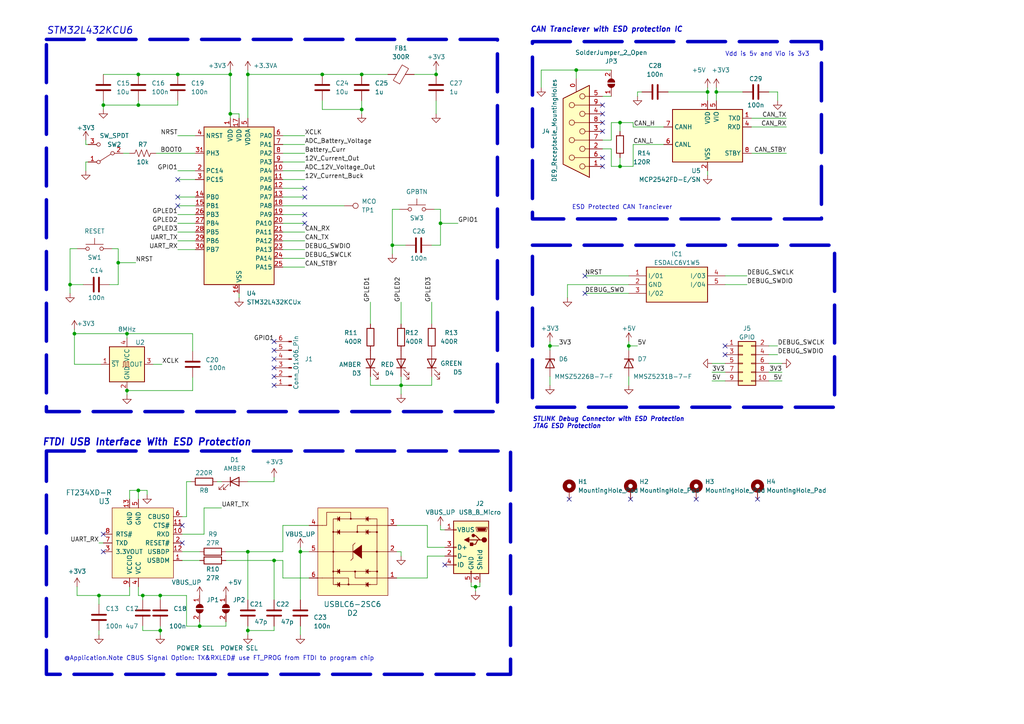
<source format=kicad_sch>
(kicad_sch (version 20231120) (generator "eeschema") (generator_version "8.0")
  (paper "A4")
  (title_block (title "Microcontroller") (rev "V1") (company "EcoCar") (comment 1 "Designed by: Nicholas semmens"))
  (junction (at 126.492 21.59))
  (junction (at 66.802 33.02))
  (junction (at 40.132 30.48))
  (junction (at 28.702 172.72))
  (junction (at 207.772 26.67))
  (junction (at 66.802 21.59))
  (junction (at 167.132 20.32))
  (junction (at 182.372 100.33))
  (junction (at 116.332 111.76))
  (junction (at 93.472 21.59))
  (junction (at 71.882 160.02))
  (junction (at 87.122 160.02))
  (junction (at 113.792 71.12))
  (junction (at 34.29 76.2))
  (junction (at 40.132 21.59))
  (junction (at 40.132 142.24))
  (junction (at 36.83 113.284))
  (junction (at 41.402 172.72))
  (junction (at 104.902 31.75))
  (junction (at 51.562 21.59))
  (junction (at 20.32 82.55))
  (junction (at 127.762 64.77))
  (junction (at 179.832 35.56))
  (junction (at 71.882 182.88))
  (junction (at 79.502 162.56))
  (junction (at 159.512 100.33))
  (junction (at 71.882 21.59))
  (junction (at 179.832 48.26))
  (junction (at 46.482 172.72))
  (junction (at 21.59 96.774))
  (junction (at 46.482 182.88))
  (junction (at 205.232 26.67))
  (junction (at 57.912 181.61))
  (junction (at 137.922 170.18))
  (junction (at 36.83 96.774))
  (junction (at 104.902 21.59))
  (junction (at 29.972 30.48))
  (no_connect (at 88.392 62.23))
  (no_connect (at 52.832 152.4))
  (no_connect (at 88.392 57.15))
  (no_connect (at 174.752 48.26))
  (no_connect (at 169.672 85.09))
  (no_connect (at 88.392 54.61))
  (no_connect (at 174.752 30.48))
  (no_connect (at 52.832 157.48))
  (no_connect (at 79.502 109.22))
  (no_connect (at 79.502 106.68))
  (no_connect (at 79.502 111.76))
  (no_connect (at 29.972 154.94))
  (no_connect (at 165.1 144.78))
  (no_connect (at 79.502 101.6))
  (no_connect (at 182.88 144.78))
  (no_connect (at 174.752 33.02))
  (no_connect (at 129.032 163.83))
  (no_connect (at 174.752 38.1))
  (no_connect (at 51.562 59.69))
  (no_connect (at 29.972 160.02))
  (no_connect (at 210.312 100.33))
  (no_connect (at 219.71 144.78))
  (no_connect (at 51.562 52.07))
  (no_connect (at 79.502 104.14))
  (no_connect (at 174.752 45.72))
  (no_connect (at 174.752 35.56))
  (no_connect (at 201.93 144.78))
  (no_connect (at 169.672 80.01))
  (no_connect (at 79.502 99.06))
  (no_connect (at 210.312 102.87))
  (no_connect (at 51.562 57.15))
  (no_connect (at 88.392 64.77))
  (wire (pts (xy 36.83 113.284) (xy 55.88 113.284)))
  (wire (pts (xy 34.29 76.2) (xy 34.29 82.55)))
  (wire (pts (xy 71.882 20.32) (xy 71.882 21.59)))
  (wire (pts (xy 65.532 181.61) (xy 65.532 180.34)))
  (wire (pts (xy 177.292 35.56) (xy 177.292 40.64)))
  (wire (pts (xy 46.482 182.88) (xy 46.482 184.15)))
  (wire (pts (xy 46.482 172.72) (xy 54.102 172.72)))
  (wire (pts (xy 51.562 30.48) (xy 51.562 29.21)))
  (wire (pts (xy 40.132 30.48) (xy 51.562 30.48)))
  (wire (pts (xy 206.502 107.95) (xy 210.312 107.95)))
  (wire (pts (xy 52.832 160.02) (xy 57.912 160.02)))
  (wire (pts (xy 139.192 170.18) (xy 137.922 170.18)))
  (wire (pts (xy 82.042 167.64) (xy 89.662 167.64)))
  (wire (pts (xy 182.372 100.33) (xy 182.372 101.6)))
  (wire (pts (xy 42.672 142.24) (xy 42.672 143.51)))
  (wire (pts (xy 54.102 139.7) (xy 54.102 149.86)))
  (wire (pts (xy 51.562 52.07) (xy 56.642 52.07)))
  (wire (pts (xy 71.882 21.59) (xy 71.882 34.29)))
  (wire (pts (xy 71.882 21.59) (xy 93.472 21.59)))
  (wire (pts (xy 22.352 72.136) (xy 20.32 72.136)))
  (wire (pts (xy 183.642 36.83) (xy 192.532 36.83)))
  (wire (pts (xy 159.512 109.22) (xy 159.512 111.76)))
  (wire (pts (xy 64.262 139.7) (xy 62.992 139.7)))
  (wire (pts (xy 223.012 107.95) (xy 226.822 107.95)))
  (wire (pts (xy 116.332 160.02) (xy 116.332 161.29)))
  (wire (pts (xy 93.472 29.21) (xy 93.472 31.75)))
  (wire (pts (xy 24.892 46.99) (xy 25.527 46.99)))
  (wire (pts (xy 116.332 93.98) (xy 116.332 87.63)))
  (wire (pts (xy 24.892 46.99) (xy 24.892 49.53)))
  (wire (pts (xy 210.312 80.01) (xy 216.662 80.01)))
  (wire (pts (xy 28.702 172.72) (xy 22.352 172.72)))
  (wire (pts (xy 51.562 39.37) (xy 56.642 39.37)))
  (wire (pts (xy 116.332 111.76) (xy 125.222 111.76)))
  (wire (pts (xy 65.532 162.56) (xy 79.502 162.56)))
  (wire (pts (xy 82.042 69.85) (xy 88.392 69.85)))
  (wire (pts (xy 29.972 30.48) (xy 40.132 30.48)))
  (wire (pts (xy 120.142 21.59) (xy 126.492 21.59)))
  (wire (pts (xy 82.042 72.39) (xy 88.392 72.39)))
  (wire (pts (xy 21.59 96.774) (xy 21.59 105.664)))
  (wire (pts (xy 87.122 181.61) (xy 87.122 184.15)))
  (wire (pts (xy 66.802 20.32) (xy 66.802 21.59)))
  (wire (pts (xy 126.492 29.21) (xy 126.492 33.02)))
  (wire (pts (xy 52.832 162.56) (xy 57.912 162.56)))
  (wire (pts (xy 42.672 142.24) (xy 40.132 142.24)))
  (wire (pts (xy 79.502 162.56) (xy 79.502 173.99)))
  (wire (pts (xy 123.952 161.29) (xy 129.032 161.29)))
  (wire (pts (xy 217.932 36.83) (xy 228.092 36.83)))
  (wire (pts (xy 93.472 31.75) (xy 104.902 31.75)))
  (wire (pts (xy 117.602 71.12) (xy 113.792 71.12)))
  (wire (pts (xy 183.642 48.26) (xy 179.832 48.26)))
  (wire (pts (xy 88.392 44.45) (xy 82.042 44.45)))
  (wire (pts (xy 82.042 74.93) (xy 88.392 74.93)))
  (wire (pts (xy 87.122 160.02) (xy 89.662 160.02)))
  (wire (pts (xy 21.59 95.504) (xy 21.59 96.774)))
  (wire (pts (xy 186.182 26.67) (xy 184.912 26.67)))
  (wire (pts (xy 177.292 43.18) (xy 174.752 43.18)))
  (wire (pts (xy 179.832 48.26) (xy 177.292 48.26)))
  (wire (pts (xy 41.402 172.72) (xy 40.132 172.72)))
  (wire (pts (xy 123.952 167.64) (xy 123.952 161.29)))
  (wire (pts (xy 20.32 72.136) (xy 20.32 82.55)))
  (wire (pts (xy 107.442 93.98) (xy 107.442 87.63)))
  (wire (pts (xy 36.83 96.774) (xy 55.88 96.774)))
  (wire (pts (xy 82.042 152.4) (xy 89.662 152.4)))
  (wire (pts (xy 46.482 172.72) (xy 46.482 173.99)))
  (wire (pts (xy 169.672 80.01) (xy 182.372 80.01)))
  (wire (pts (xy 28.702 182.88) (xy 28.702 184.15)))
  (wire (pts (xy 82.042 160.02) (xy 71.882 160.02)))
  (wire (pts (xy 223.012 100.33) (xy 225.552 100.33)))
  (wire (pts (xy 82.042 152.4) (xy 82.042 160.02)))
  (wire (pts (xy 113.792 60.706) (xy 113.792 71.12)))
  (wire (pts (xy 41.402 182.88) (xy 46.482 182.88)))
  (wire (pts (xy 35.687 44.45) (xy 37.592 44.45)))
  (wire (pts (xy 82.042 39.37) (xy 88.392 39.37)))
  (wire (pts (xy 183.642 41.91) (xy 183.642 48.26)))
  (wire (pts (xy 115.824 60.706) (xy 113.792 60.706)))
  (wire (pts (xy 207.772 25.4) (xy 207.772 26.67)))
  (wire (pts (xy 56.642 64.77) (xy 51.562 64.77)))
  (wire (pts (xy 225.552 26.67) (xy 223.012 26.67)))
  (wire (pts (xy 55.88 109.474) (xy 55.88 113.284)))
  (wire (pts (xy 104.902 31.75) (xy 104.902 33.02)))
  (wire (pts (xy 125.222 93.98) (xy 125.222 87.63)))
  (wire (pts (xy 71.882 160.02) (xy 71.882 173.99)))
  (wire (pts (xy 37.592 142.24) (xy 40.132 142.24)))
  (wire (pts (xy 79.502 162.56) (xy 82.042 162.56)))
  (wire (pts (xy 193.802 26.67) (xy 205.232 26.67)))
  (wire (pts (xy 125.984 60.706) (xy 127.762 60.706)))
  (wire (pts (xy 51.562 57.15) (xy 56.642 57.15)))
  (wire (pts (xy 179.832 45.72) (xy 179.832 48.26)))
  (wire (pts (xy 137.922 170.18) (xy 136.652 170.18)))
  (wire (pts (xy 51.562 59.69) (xy 56.642 59.69)))
  (wire (pts (xy 169.672 85.09) (xy 182.372 85.09)))
  (wire (pts (xy 206.502 110.49) (xy 210.312 110.49)))
  (wire (pts (xy 51.562 72.39) (xy 56.642 72.39)))
  (wire (pts (xy 36.83 113.284) (xy 36.83 114.554)))
  (wire (pts (xy 127.762 71.12) (xy 125.222 71.12)))
  (wire (pts (xy 37.592 170.18) (xy 37.592 172.72)))
  (wire (pts (xy 167.132 20.32) (xy 167.132 22.86)))
  (wire (pts (xy 159.512 99.06) (xy 159.512 100.33)))
  (wire (pts (xy 29.972 30.48) (xy 29.972 31.75)))
  (wire (pts (xy 51.562 21.59) (xy 66.802 21.59)))
  (wire (pts (xy 205.232 26.67) (xy 205.232 29.21)))
  (wire (pts (xy 54.102 181.61) (xy 54.102 172.72)))
  (wire (pts (xy 41.402 181.61) (xy 41.402 182.88)))
  (wire (pts (xy 71.882 181.61) (xy 71.882 182.88)))
  (wire (pts (xy 34.29 72.136) (xy 34.29 76.2)))
  (wire (pts (xy 179.832 35.56) (xy 183.642 35.56)))
  (wire (pts (xy 87.122 158.75) (xy 87.122 160.02)))
  (wire (pts (xy 156.972 20.32) (xy 167.132 20.32)))
  (wire (pts (xy 226.822 110.49) (xy 223.012 110.49)))
  (wire (pts (xy 24.892 41.91) (xy 25.527 41.91)))
  (wire (pts (xy 69.342 33.02) (xy 69.342 34.29)))
  (wire (pts (xy 51.562 49.53) (xy 56.642 49.53)))
  (wire (pts (xy 82.042 59.69) (xy 99.822 59.69)))
  (wire (pts (xy 32.512 72.136) (xy 34.29 72.136)))
  (wire (pts (xy 206.502 105.41) (xy 210.312 105.41)))
  (wire (pts (xy 184.912 26.67) (xy 184.912 27.94)))
  (wire (pts (xy 88.392 77.47) (xy 82.042 77.47)))
  (wire (pts (xy 182.372 99.06) (xy 182.372 100.33)))
  (wire (pts (xy 34.29 82.55) (xy 31.75 82.55)))
  (wire (pts (xy 41.402 172.72) (xy 46.482 172.72)))
  (wire (pts (xy 59.182 147.32) (xy 59.182 154.94)))
  (wire (pts (xy 24.892 40.64) (xy 24.892 41.91)))
  (wire (pts (xy 51.562 69.85) (xy 56.642 69.85)))
  (wire (pts (xy 54.102 149.86) (xy 52.832 149.86)))
  (wire (pts (xy 182.372 109.22) (xy 182.372 111.76)))
  (wire (pts (xy 79.502 182.88) (xy 71.882 182.88)))
  (wire (pts (xy 127.762 152.4) (xy 127.762 153.67)))
  (wire (pts (xy 126.492 20.32) (xy 126.492 21.59)))
  (wire (pts (xy 28.702 172.72) (xy 37.592 172.72)))
  (wire (pts (xy 57.912 181.61) (xy 57.912 180.34)))
  (wire (pts (xy 40.132 170.18) (xy 40.132 172.72)))
  (wire (pts (xy 82.042 52.07) (xy 88.392 52.07)))
  (wire (pts (xy 29.972 21.59) (xy 40.132 21.59)))
  (wire (pts (xy 223.012 102.87) (xy 225.552 102.87)))
  (wire (pts (xy 79.502 181.61) (xy 79.502 182.88)))
  (wire (pts (xy 37.592 144.78) (xy 37.592 142.24)))
  (wire (pts (xy 55.88 101.854) (xy 55.88 96.774)))
  (wire (pts (xy 69.342 86.36) (xy 69.342 85.09)))
  (wire (pts (xy 82.042 64.77) (xy 88.392 64.77)))
  (wire (pts (xy 127.762 64.77) (xy 132.842 64.77)))
  (wire (pts (xy 174.752 27.94) (xy 177.292 27.94)))
  (wire (pts (xy 40.132 142.24) (xy 40.132 144.78)))
  (wire (pts (xy 179.832 35.56) (xy 177.292 35.56)))
  (wire (pts (xy 107.442 111.76) (xy 116.332 111.76)))
  (wire (pts (xy 46.482 181.61) (xy 46.482 182.88)))
  (wire (pts (xy 82.042 57.15) (xy 88.392 57.15)))
  (wire (pts (xy 40.132 29.21) (xy 40.132 30.48)))
  (wire (pts (xy 66.802 33.02) (xy 66.802 34.29)))
  (wire (pts (xy 104.902 29.21) (xy 104.902 31.75)))
  (wire (pts (xy 36.83 98.044) (xy 36.83 96.774)))
  (wire (pts (xy 137.922 171.45) (xy 137.922 170.18)))
  (wire (pts (xy 177.292 40.64) (xy 174.752 40.64)))
  (wire (pts (xy 159.512 100.33) (xy 159.512 101.6)))
  (wire (pts (xy 125.222 111.76) (xy 125.222 109.22)))
  (wire (pts (xy 182.372 100.33) (xy 184.912 100.33)))
  (wire (pts (xy 87.122 160.02) (xy 87.122 173.99)))
  (wire (pts (xy 179.832 35.56) (xy 179.832 38.1)))
  (wire (pts (xy 205.232 49.53) (xy 205.232 50.8)))
  (wire (pts (xy 207.772 26.67) (xy 207.772 29.21)))
  (wire (pts (xy 183.642 35.56) (xy 183.642 36.83)))
  (wire (pts (xy 127.762 64.77) (xy 127.762 71.12)))
  (wire (pts (xy 183.642 41.91) (xy 192.532 41.91)))
  (wire (pts (xy 82.042 49.53) (xy 88.392 49.53)))
  (wire (pts (xy 225.552 29.21) (xy 225.552 26.67)))
  (wire (pts (xy 59.182 147.32) (xy 64.262 147.32)))
  (wire (pts (xy 104.902 21.59) (xy 112.522 21.59)))
  (wire (pts (xy 107.442 111.76) (xy 107.442 109.22)))
  (wire (pts (xy 36.83 96.774) (xy 21.59 96.774)))
  (wire (pts (xy 93.472 21.59) (xy 104.902 21.59)))
  (wire (pts (xy 156.972 20.32) (xy 156.972 25.4)))
  (wire (pts (xy 71.882 160.02) (xy 65.532 160.02)))
  (wire (pts (xy 57.912 181.61) (xy 54.102 181.61)))
  (wire (pts (xy 46.99 105.664) (xy 44.45 105.664)))
  (wire (pts (xy 82.042 162.56) (xy 82.042 167.64)))
  (wire (pts (xy 127.762 60.706) (xy 127.762 64.77)))
  (wire (pts (xy 22.352 172.72) (xy 22.352 170.18)))
  (wire (pts (xy 116.332 111.76) (xy 116.332 114.3)))
  (wire (pts (xy 20.32 82.55) (xy 20.32 85.09)))
  (wire (pts (xy 51.562 62.23) (xy 56.642 62.23)))
  (wire (pts (xy 167.132 20.32) (xy 177.292 20.32)))
  (wire (pts (xy 127.762 153.67) (xy 129.032 153.67)))
  (wire (pts (xy 113.792 71.12) (xy 113.792 73.66)))
  (wire (pts (xy 34.29 76.2) (xy 39.37 76.2)))
  (wire (pts (xy 66.802 33.02) (xy 69.342 33.02)))
  (wire (pts (xy 115.062 152.4) (xy 123.952 152.4)))
  (wire (pts (xy 51.562 67.31) (xy 56.642 67.31)))
  (wire (pts (xy 79.502 139.7) (xy 71.882 139.7)))
  (wire (pts (xy 123.952 158.75) (xy 129.032 158.75)))
  (wire (pts (xy 207.772 26.67) (xy 215.392 26.67)))
  (wire (pts (xy 28.702 172.72) (xy 28.702 175.26)))
  (wire (pts (xy 116.332 111.76) (xy 116.332 109.22)))
  (wire (pts (xy 41.402 172.72) (xy 41.402 173.99)))
  (wire (pts (xy 159.512 100.33) (xy 162.052 100.33)))
  (wire (pts (xy 177.292 48.26) (xy 177.292 43.18)))
  (wire (pts (xy 205.232 25.4) (xy 205.232 26.67)))
  (wire (pts (xy 88.392 41.91) (xy 82.042 41.91)))
  (wire (pts (xy 82.042 46.99) (xy 88.392 46.99)))
  (wire (pts (xy 66.802 21.59) (xy 66.802 33.02)))
  (wire (pts (xy 82.042 67.31) (xy 88.392 67.31)))
  (wire (pts (xy 136.652 168.91) (xy 136.652 170.18)))
  (wire (pts (xy 82.042 54.61) (xy 88.392 54.61)))
  (wire (pts (xy 24.13 82.55) (xy 20.32 82.55)))
  (wire (pts (xy 55.372 139.7) (xy 54.102 139.7)))
  (wire (pts (xy 57.912 181.61) (xy 65.532 181.61)))
  (wire (pts (xy 217.932 44.45) (xy 228.092 44.45)))
  (wire (pts (xy 139.192 168.91) (xy 139.192 170.18)))
  (wire (pts (xy 164.592 82.55) (xy 164.592 86.36)))
  (wire (pts (xy 21.59 105.664) (xy 29.21 105.664)))
  (wire (pts (xy 115.062 160.02) (xy 116.332 160.02)))
  (wire (pts (xy 29.972 157.48) (xy 28.702 157.48)))
  (wire (pts (xy 40.132 21.59) (xy 51.562 21.59)))
  (wire (pts (xy 217.932 34.29) (xy 228.092 34.29)))
  (wire (pts (xy 182.372 82.55) (xy 164.592 82.55)))
  (wire (pts (xy 79.502 138.43) (xy 79.502 139.7)))
  (wire (pts (xy 29.972 29.21) (xy 29.972 30.48)))
  (wire (pts (xy 223.012 105.41) (xy 226.822 105.41)))
  (wire (pts (xy 115.062 167.64) (xy 123.952 167.64)))
  (wire (pts (xy 123.952 152.4) (xy 123.952 158.75)))
  (wire (pts (xy 82.042 62.23) (xy 88.392 62.23)))
  (wire (pts (xy 59.182 154.94) (xy 52.832 154.94)))
  (wire (pts (xy 71.882 182.88) (xy 71.882 184.15)))
  (wire (pts (xy 45.212 44.45) (xy 56.642 44.45)))
  (wire (pts (xy 210.312 82.55) (xy 216.662 82.55)))
  (rectangle (start 154.432 71.12) (end 242.062 118.11) (stroke (width 1) (type dash)))
  (rectangle (start 13.462 130.81) (end 148.082 195.58) (stroke (width 1) (type dash)))
  (rectangle (start 13.462 11.43) (end 144.272 119.38) (stroke (width 1) (type dash)))
  (rectangle (start 154.432 12.065) (end 238.252 63.5) (stroke (width 1) (type dash)))
  (text "@Application.Note CBUS Signal Option: TX&RXLED# use FT_PROG from FTDI to program chip\n" (at 18.542 191.77 0) (effects (font (size 1.27 1.27)) (justify left bottom)))
  (text "ESD Protected CAN Tranciever\n" (at 165.862 60.96 0) (effects (font (size 1.27 1.27)) (justify left bottom)))
  (text "Vdd is 5v and Vio is 3v3\n" (at 210.312 16.51 0) (effects (font (size 1.27 1.27)) (justify left bottom)))
  (text "STM32L432KCU6" (at 13.462 10.16 0) (effects (font (size 2 2) (thickness 0.254) (bold yes) (italic yes)) (justify left bottom)))
  (text "CAN Tranciever with ESD protection IC" (at 153.797 9.525 0) (effects (font (size 1.5 1.5) (thickness 0.3) (bold yes) (italic yes)) (justify left bottom)))
  (text "FTDI USB Interface With ESD Protection\n" (at 12.192 129.54 0) (effects (font (size 2 2) (thickness 0.4) (bold yes) (italic yes)) (justify left bottom)))
  (text "STLINK Debug Connector with ESD Protection\nJTAG ESD Protection" (at 154.432 124.46 0) (effects (font (size 1.27 1.27) (thickness 0.254) (bold yes) (italic yes)) (justify left bottom)))
  (label "NRST" (at 51.562 39.37 180))
  (label "CAN_RX" (at 228.092 36.83 180))
  (label "DEBUG_SWCLK" (at 216.662 80.01 0))
  (label "DEBUG_SWDIO" (at 88.392 72.39 0))
  (label "BOOT0" (at 52.832 44.45 180))
  (label "XCLK" (at 46.99 105.664 0))
  (label "GPLED3" (at 51.562 67.31 180))
  (label "GPLED2" (at 51.562 64.77 180))
  (label "CAN_STBY" (at 228.092 44.45 180))
  (label "CAN_H" (at 189.992 36.83 180))
  (label "DEBUG_SWCLK" (at 88.392 74.93 0))
  (label "3V3" (at 162.052 100.33 0))
  (label "UART_RX" (at 28.702 157.48 180))
  (label "3V3" (at 206.502 107.95 0))
  (label "NRST" (at 169.672 80.01 0))
  (label "5V" (at 206.502 110.49 0))
  (label "CAN_TX" (at 88.392 69.85 0))
  (label "3V3" (at 226.822 107.95 180))
  (label "12V_Current_Buck" (at 88.392 52.07 0))
  (label "GPLED1" (at 107.442 87.63 90))
  (label "UART_TX" (at 64.262 147.32 0))
  (label "DEBUG_SWDIO" (at 216.662 82.55 0))
  (label "5V" (at 226.822 110.49 180))
  (label "DEBUG_SWO" (at 169.672 85.09 0))
  (label "DEBUG_SWDIO" (at 225.552 102.87 0))
  (label "CAN_TX" (at 228.092 34.29 180))
  (label "UART_RX" (at 51.562 72.39 180))
  (label "NRST" (at 39.37 76.2 0))
  (label "GPIO1" (at 51.562 49.53 180))
  (label "DEBUG_SWCLK" (at 225.552 100.33 0))
  (label "ADC_12V_Voltage_Out" (at 88.392 49.53 0))
  (label "XCLK" (at 88.392 39.37 0))
  (label "GPIO1" (at 79.502 99.06 180))
  (label "5V" (at 184.912 100.33 0))
  (label "GPLED3" (at 125.222 87.63 90))
  (label "CAN_RX" (at 88.392 67.31 0))
  (label "ADC_Battery_Voltage" (at 88.392 41.91 0))
  (label "GPLED1" (at 51.562 62.23 180))
  (label "Battery_Curr" (at 88.392 44.45 0))
  (label "UART_TX" (at 51.562 69.85 180))
  (label "GPLED2" (at 116.332 87.63 90))
  (label "CAN_STBY" (at 88.392 77.47 0))
  (label "CAN_L" (at 183.642 41.91 0))
  (label "12V_Current_Out" (at 88.392 46.99 0))
  (label "GPIO1" (at 132.842 64.77 0))
  (symbol (lib_id "Mechanical:MountingHole_Pad") (at 219.71 142.24 0) (unit 1)
    (property "Reference" "H4" (at 222.25 139.7 0) (effects (justify left)))
    (property "Value" "MountingHole_Pad" (at 222.25 142.24 0) (effects (justify left)))
    (property "Footprint" "MountingHole:MountingHole_3.2mm_M3_Pad" (effects (hide yes)))
  )
  (symbol (lib_id "Device:LED") (at 107.442 105.41 90) (unit 1)
    (property "Reference" "D3" (at 104.775 108.2675 90) (effects (justify left)))
    (property "Value" "AMBER" (at 104.775 105.7275 90) (effects (justify left)))
    (property "Footprint" "LED_SMD:LED_0805_2012Metric" (effects (hide yes)))
    (property "JLCPCB Part#(Optional)" "C2296" (effects (hide yes)))
  )
  (symbol (lib_id "power:GND") (at 226.822 105.41 90) (unit 1)
    (property "Reference" "#PWR049" (effects (hide yes)))
    (property "Value" "GND" (effects (hide yes)))
  )
  (symbol (lib_id "Jumper:SolderJumper_2_Open") (at 57.912 176.53 270) (unit 1)
    (property "Reference" "JP1" (at 61.722 173.99 90))
    (property "Value" "POWER SEL" (at 56.642 187.96 90))
    (property "Footprint" "Jumper:SolderJumper-2_P1.3mm_Open_TrianglePad1.0x1.5mm" (effects (hide yes)))
  )
  (symbol (lib_id "Device:C") (at 121.412 71.12 90) (unit 1)
    (property "Reference" "C26" (at 123.444 67.056 90) (effects (justify left)))
    (property "Value" "100n" (at 123.952 74.93 90) (effects (justify left)))
    (property "Footprint" "Capacitor_SMD:C_0402_1005Metric" (effects (hide yes)))
    (property "Description" "100nF -20%,+80% 16V Y5V 0402 Multilayer Ceramic Capacitors MLCC - SMD/SMT RoHS" (effects (hide yes)))
    (property "JLCPCB Part#(Optional)" "C1525" (effects (hide yes)))
    (property "Digikey #" "1276-1043-1-ND" (effects (hide yes)))
  )
  (symbol (lib_id "Device:R") (at 59.182 139.7 90) (unit 1)
    (property "Reference" "R8" (at 59.182 142.24 90))
    (property "Value" "220R" (at 59.182 137.16 90))
    (property "Footprint" "Resistor_SMD:R_0805_2012Metric" (effects (hide yes)))
    (property "JLCPCB Part#(Optional)" "C17557" (effects (hide yes)))
  )
  (symbol (lib_id "Device:C") (at 87.122 177.8 0) (mirror x) (unit 1)
    (property "Reference" "C23" (at 90.932 179.07 0) (effects (justify left)))
    (property "Value" "100n" (at 90.932 181.61 0) (effects (justify left)))
    (property "Footprint" "Capacitor_SMD:C_0402_1005Metric" (effects (hide yes)))
    (property "Description" "100nF -20%,+80% 16V Y5V 0402 Multilayer Ceramic Capacitors MLCC - SMD/SMT RoHS" (effects (hide yes)))
    (property "JLCPCB Part#(Optional)" "C1525" (effects (hide yes)))
    (property "Digikey #" "1276-1043-1-ND" (effects (hide yes)))
  )
  (symbol (lib_id "Device:C") (at 93.472 25.4 0) (unit 1)
    (property "Reference" "C24" (at 97.282 24.13 0) (effects (justify left)))
    (property "Value" "10u" (at 97.282 26.67 0) (effects (justify left)))
    (property "Footprint" "Capacitor_SMD:C_0603_1608Metric" (effects (hide yes)))
    (property "JLCPCB Part#(Optional)" "C96446" (effects (hide yes)))
    (property "Digikey #" "490-14381-1-ND" (effects (hide yes)))
  )
  (symbol (lib_id "RF_Parts:VBUS_UP") (at 57.912 172.72 0) (unit 1)
    (property "Reference" "#PWR018" (effects (hide yes)))
    (property "Value" "VBUS_UP" (at 54.102 168.91 0))
  )
  (symbol (lib_id "Connector:Conn_01x06_Pin") (at 84.582 106.68 180) (unit 1)
    (property "Reference" "J1" (at 88.392 104.14 0) (effects (justify right)))
    (property "Value" "Conn_01x06_Pin" (at 85.852 113.03 90) (effects (justify right)))
    (property "Footprint" "Connector_PinHeader_2.54mm:PinHeader_2x03_P2.54mm_Vertical" (effects (hide yes)))
  )
  (symbol (lib_id "power:+3V3") (at 24.892 40.64 0) (unit 1)
    (property "Reference" "#PWR011" (effects (hide yes)))
    (property "Value" "+3V3" (at 24.892 37.084 0))
  )
  (symbol (lib_id "RF_Parts:SG-3225CAN") (at 36.83 105.664 0) (unit 1)
    (property "Reference" "U2" (at 40.64 99.314 0))
    (property "Value" "8MHz" (at 36.83 95.504 0))
    (property "Footprint" "Crystal:Crystal_SMD_3225-4Pin_3.2x2.5mm" (effects (hide yes)))
    (property "Digikey #" "535-ASE-8.000MHZ-L-C-TCT-ND" (effects (hide yes)))
  )
  (symbol (lib_id "RF_Parts:VBUS_UP") (at 87.122 158.75 0) (mirror y) (unit 1)
    (property "Reference" "#PWR025" (effects (hide yes)))
    (property "Value" "VBUS_UP" (at 87.122 154.94 0))
  )
  (symbol (lib_id "Device:D_Zener") (at 159.512 105.41 270) (unit 1)
    (property "Reference" "D6" (at 162.052 104.14 90) (effects (justify left)))
    (property "Value" "MMSZ5226B-7-F" (at 160.782 109.22 90) (effects (justify left)))
    (property "Footprint" "Diode_SMD:D_SOD-123" (effects (hide yes)))
    (property "Datasheet" "https://www.diodes.com/assets/Datasheets/ds18010.pdf" (effects (hide yes)))
    (property "Digikey #" "MMSZ5226B-FDICT-ND" (effects (hide yes)))
    (property "JLCPCB Part#(Optional)" "C155250" (effects (hide yes)))
  )
  (symbol (lib_id "power:+3V3") (at 126.492 20.32 0) (unit 1)
    (property "Reference" "#PWR031" (effects (hide yes)))
    (property "Value" "+3V3" (at 126.492 16.51 0))
  )
  (symbol (lib_id "Connector:DE9_Receptacle_MountingHoles") (at 167.132 38.1 180) (unit 1)
    (property "Reference" "J4" (at 159.512 38.1 0) (effects (justify left)))
    (property "Value" "DE9_Receptacle_MountingHoles" (at 160.782 22.86 90) (effects (justify left)))
    (property "Footprint" "Connector_Dsub:DSUB-9_Female_Horizontal_P2.77x2.84mm_EdgePinOffset7.70mm_Housed_MountingHolesOffset9.12mm" (effects (hide yes)))
    (property "Datasheet" " ~" (effects (hide yes)))
  )
  (symbol (lib_id "power:GND") (at 28.702 184.15 0) (unit 1)
    (property "Reference" "#PWR013" (effects (hide yes)))
    (property "Value" "GND" (effects (hide yes)))
  )
  (symbol (lib_id "Device:R") (at 61.722 160.02 90) (unit 1)
    (property "Reference" "R9" (at 61.722 154.94 90))
    (property "Value" "27R" (at 61.722 157.48 90))
    (property "Footprint" "Resistor_SMD:R_0402_1005Metric" (effects (hide yes)))
    (property "JLCPCB Part#(Optional)" "C25190" (effects (hide yes)))
  )
  (symbol (lib_id "Device:LED") (at 68.072 139.7 0) (unit 1)
    (property "Reference" "D1" (at 68.072 133.35 0))
    (property "Value" "AMBER" (at 68.072 135.89 0))
    (property "Footprint" "LED_SMD:LED_0805_2012Metric" (effects (hide yes)))
    (property "Description" "White -40℃~+85℃ 605nm~605nm Amber 54mW 0603 Light Emitting Diodes (LED) ROHS" (effects (hide yes)))
    (property "JLCPCB Part#(Optional)" "C2296" (effects (hide yes)))
  )
  (symbol (lib_id "Device:C") (at 104.902 25.4 0) (unit 1)
    (property "Reference" "C25" (at 108.712 24.13 0) (effects (justify left)))
    (property "Value" "1u" (at 108.712 26.67 0) (effects (justify left)))
    (property "Footprint" "Capacitor_SMD:C_0603_1608Metric" (effects (hide yes)))
    (property "JLCPCB Part#(Optional)" "C28323" (effects (hide yes)))
  )
  (symbol (lib_id "dk_TVS-Diodes:USBLC6-2SC6") (at 102.362 160.02 180) (unit 1)
    (property "Reference" "D2" (at 102.235 177.8 0) (effects (font (size 1.524 1.524))))
    (property "Value" "USBLC6-2SC6" (at 102.235 175.26 0) (effects (font (size 1.524 1.524))))
    (property "Footprint" "ecocad_lib_footprints:SOT95P280X145-6N" (effects (hide yes)))
    (property "Datasheet" "http://www.st.com/content/ccc/resource/technical/document/datasheet/06/1d/48/9c/6c/20/4a/b2/CD00050750.pdf/files/CD00050750.pdf/jcr:content/translations/en.CD00050750.pdf" (effects (hide yes)))
    (property "Description" "TVS DIODE 5.25V 17V SOT23-6" (effects (hide yes)))
    (property "Category" "Circuit Protection" (effects (hide yes)))
    (property "Digikey #" "497-5235-1-ND" (effects (hide yes)))
    (property "JLCPCB Part#(Optional)" "C7519" (effects (hide yes)))
  )
  (symbol (lib_id "Device:C") (at 28.702 179.07 0) (unit 1)
    (property "Reference" "C13" (at 30.607 176.53 0) (effects (justify left)))
    (property "Value" "100n" (at 30.607 181.61 0) (effects (justify left)))
    (property "Footprint" "Capacitor_SMD:C_0402_1005Metric" (effects (hide yes)))
    (property "Description" "100nF -20%,+80% 16V Y5V 0402 Multilayer Ceramic Capacitors MLCC - SMD/SMT RoHS" (effects (hide yes)))
    (property "JLCPCB Part#(Optional)" "C1525" (effects (hide yes)))
    (property "Digikey #" "1276-1043-1-ND" (effects (hide yes)))
  )
  (symbol (lib_id "power:+5V") (at 182.372 99.06 0) (unit 1)
    (property "Reference" "#PWR040" (effects (hide yes)))
    (property "Value" "+5V" (at 182.372 95.25 0))
  )
  (symbol (lib_id "power:GND") (at 116.332 114.3 0) (unit 1)
    (property "Reference" "#PWR029" (effects (hide yes)))
    (property "Value" "GND" (effects (hide yes)))
  )
  (symbol (lib_id "power:GND") (at 159.512 111.76 0) (unit 1)
    (property "Reference" "#PWR037" (effects (hide yes)))
    (property "Value" "GND" (effects (hide yes)))
  )
  (symbol (lib_id "dk_Interface-Controllers:FT234XD-R") (at 42.672 160.02 180) (unit 1)
    (property "Reference" "U3" (at 31.877 145.415 0) (effects (font (size 1.524 1.524)) (justify left)))
    (property "Value" "FT234XD-R" (at 32.512 142.875 0) (effects (font (size 1.524 1.524)) (justify left)))
    (property "Footprint" "ecocad_lib_footprints:SON45P300X300X80-13N" (effects (hide yes)))
    (property "Datasheet" "http://www.ftdichip.com/Support/Documents/DataSheets/ICs/DS_FT234XD.pdf" (effects (hide yes)))
    (property "Description" "IC USB SERIAL BASIC UART 12DFN" (effects (hide yes)))
    (property "Category" "Integrated Circuits (ICs)" (effects (hide yes)))
    (property "JLCPCB Part#(Optional)" "C132158" (effects (hide yes)))
    (property "Digikey #" "768-1178-1-ND" (effects (hide yes)))
  )
  (symbol (lib_id "Device:C") (at 126.492 25.4 0) (unit 1)
    (property "Reference" "C27" (at 130.302 24.13 0) (effects (justify left)))
    (property "Value" "1u" (at 130.302 26.67 0) (effects (justify left)))
    (property "Footprint" "Capacitor_SMD:C_0603_1608Metric" (effects (hide yes)))
    (property "JLCPCB Part#(Optional)" "C28323" (effects (hide yes)))
  )
  (symbol (lib_id "power:GND") (at 156.972 25.4 0) (unit 1)
    (property "Reference" "#PWR035" (effects (hide yes)))
    (property "Value" "GND" (effects (hide yes)))
  )
  (symbol (lib_id "power:GND") (at 206.502 105.41 270) (unit 1)
    (property "Reference" "#PWR046" (effects (hide yes)))
    (property "Value" "GND" (effects (hide yes)))
  )
  (symbol (lib_id "power:+5V") (at 205.232 25.4 0) (unit 1)
    (property "Reference" "#PWR044" (effects (hide yes)))
    (property "Value" "+5V" (at 202.692 20.32 0))
  )
  (symbol (lib_id "Connector:TestPoint") (at 99.822 59.69 270) (unit 1)
    (property "Reference" "TP1" (at 104.902 60.96 90) (effects (justify left)))
    (property "Value" "MCO" (at 104.902 58.42 90) (effects (justify left)))
    (property "Footprint" "TestPoint:TestPoint_Pad_D1.0mm" (effects (hide yes)))
  )
  (symbol (lib_id "power:GND") (at 36.83 114.554 0) (unit 1)
    (property "Reference" "#PWR015" (effects (hide yes)))
    (property "Value" "GND" (effects (hide yes)))
  )
  (symbol (lib_id "power:GND") (at 182.372 111.76 0) (unit 1)
    (property "Reference" "#PWR041" (effects (hide yes)))
    (property "Value" "GND" (effects (hide yes)))
  )
  (symbol (lib_id "power:+3V3") (at 21.59 95.504 0) (unit 1)
    (property "Reference" "#PWR09" (effects (hide yes)))
    (property "Value" "+3V3" (at 24.892 93.853 0))
  )
  (symbol (lib_id "Connector:USB_B_Micro") (at 136.652 158.75 0) (mirror y) (unit 1)
    (property "Reference" "J2" (at 139.192 146.05 0))
    (property "Value" "USB_B_Micro" (at 139.192 148.59 0))
    (property "Footprint" "Connector_USB:USB_Micro-B_Amphenol_10118194_Horizontal" (effects (hide yes)))
    (property "Description" "USB 2.0 1 Surface Mount 5P Female -30℃~+80℃ Micro-B SMD  USB Connectors ROHS" (effects (hide yes)))
    (property "Digikey #" "609-4618-1-ND" (effects (hide yes)))
    (property "JLCPCB Part#(Optional)" "C132563" (effects (hide yes)))
  )
  (symbol (lib_id "Switch:SW_Push") (at 27.432 72.136 0) (unit 1)
    (property "Reference" "SW1" (at 27.432 74.676 0))
    (property "Value" "RESET" (at 27.432 67.056 0))
    (property "Footprint" "Button_Switch_THT:SW_PUSH_6mm_H5mm" (effects (hide yes)))
  )
  (symbol (lib_id "power:GND") (at 113.792 73.66 0) (unit 1)
    (property "Reference" "#PWR028" (effects (hide yes)))
    (property "Value" "GND" (effects (hide yes)))
  )
  (symbol (lib_id "Device:C") (at 189.992 26.67 90) (unit 1)
    (property "Reference" "C28" (at 189.992 19.05 90))
    (property "Value" "100n" (at 189.992 21.59 90))
    (property "Footprint" "Capacitor_SMD:C_0402_1005Metric" (effects (hide yes)))
    (property "JLCPCB Part#(Optional)" "C1525" (effects (hide yes)))
    (property "Digikey #" "1276-1043-1-ND" (effects (hide yes)))
  )
  (symbol (lib_id "power:GND") (at 24.892 49.53 0) (unit 1)
    (property "Reference" "#PWR012" (effects (hide yes)))
    (property "Value" "GND" (effects (hide yes)))
  )
  (symbol (lib_id "Switch:SW_SPDT") (at 30.607 44.45 180) (unit 1)
    (property "Reference" "SW2" (at 33.147 41.91 0))
    (property "Value" "SW_SPDT" (at 33.147 39.37 0))
    (property "Footprint" "Button_Switch_SMD:SW_SPDT_PCM12" (effects (hide yes)))
    (property "Digikey #" "2223-SLW-66527511-SMT-TRCT-ND" (effects (hide yes)))
  )
  (symbol (lib_id "Jumper:SolderJumper_2_Open") (at 65.532 176.53 270) (unit 1)
    (property "Reference" "JP2" (at 69.342 173.99 90))
    (property "Value" "POWER SEL" (at 69.342 187.96 90))
    (property "Footprint" "Jumper:SolderJumper-2_P1.3mm_Open_TrianglePad1.0x1.5mm" (effects (hide yes)))
  )
  (symbol (lib_id "Device:LED") (at 116.332 105.41 90) (unit 1)
    (property "Reference" "D4" (at 114.3 108.2675 90) (effects (justify left)))
    (property "Value" "RED" (at 114.3 105.7275 90) (effects (justify left)))
    (property "Footprint" "LED_SMD:LED_0805_2012Metric" (effects (hide yes)))
    (property "JLCPCB Part#(Optional)" "C84256" (effects (hide yes)))
  )
  (symbol (lib_id "Device:C") (at 219.202 26.67 270) (unit 1)
    (property "Reference" "C29" (at 219.202 22.86 90))
    (property "Value" "100n" (at 219.202 30.48 90))
    (property "Footprint" "Capacitor_SMD:C_0402_1005Metric" (effects (hide yes)))
    (property "JLCPCB Part#(Optional)" "C1525" (effects (hide yes)))
    (property "Digikey #" "1276-1043-1-ND" (effects (hide yes)))
  )
  (symbol (lib_id "power:GND") (at 87.122 184.15 0) (mirror y) (unit 1)
    (property "Reference" "#PWR026" (effects (hide yes)))
    (property "Value" "GND" (effects (hide yes)))
  )
  (symbol (lib_id "power:GND") (at 20.32 85.09 0) (unit 1)
    (property "Reference" "#PWR08" (effects (hide yes)))
    (property "Value" "GND" (effects (hide yes)))
  )
  (symbol (lib_id "power:GND") (at 116.332 161.29 0) (unit 1)
    (property "Reference" "#PWR030" (effects (hide yes)))
    (property "Value" "GND" (effects (hide yes)))
  )
  (symbol (lib_id "Mechanical:MountingHole_Pad") (at 165.1 142.24 0) (unit 1)
    (property "Reference" "H1" (at 167.64 139.7 0) (effects (justify left)))
    (property "Value" "MountingHole_Pad" (at 167.64 142.24 0) (effects (justify left)))
    (property "Footprint" "MountingHole:MountingHole_3.2mm_M3_Pad" (effects (hide yes)))
  )
  (symbol (lib_id "power:GND") (at 205.232 50.8 0) (unit 1)
    (property "Reference" "#PWR045" (effects (hide yes)))
    (property "Value" "GND" (effects (hide yes)))
  )
  (symbol (lib_id "Device:C") (at 46.482 177.8 0) (unit 1)
    (property "Reference" "C18" (at 50.292 176.53 0) (effects (justify left)))
    (property "Value" "100n" (at 49.022 181.61 0) (effects (justify left)))
    (property "Footprint" "Capacitor_SMD:C_0402_1005Metric" (effects (hide yes)))
    (property "Description" "100nF -20%,+80% 16V Y5V 0402 Multilayer Ceramic Capacitors MLCC - SMD/SMT RoHS" (effects (hide yes)))
    (property "JLCPCB Part#(Optional)" "C1525" (effects (hide yes)))
    (property "Digikey #" "1276-1043-1-ND" (effects (hide yes)))
  )
  (symbol (lib_id "power:GND") (at 71.882 184.15 0) (unit 1)
    (property "Reference" "#PWR023" (effects (hide yes)))
    (property "Value" "GND" (effects (hide yes)))
  )
  (symbol (lib_id "power:+3V3") (at 207.772 25.4 0) (unit 1)
    (property "Reference" "#PWR047" (effects (hide yes)))
    (property "Value" "+3V3" (at 209.042 20.32 0))
  )
  (symbol (lib_id "Device:R") (at 61.722 162.56 90) (unit 1)
    (property "Reference" "R10" (at 61.722 165.1 90))
    (property "Value" "27R" (at 61.722 167.64 90))
    (property "Footprint" "Resistor_SMD:R_0402_1005Metric" (effects (hide yes)))
    (property "JLCPCB Part#(Optional)" "C25190" (effects (hide yes)))
  )
  (symbol (lib_id "Jumper:SolderJumper_2_Open") (at 177.292 24.13 90) (unit 1)
    (property "Reference" "JP3" (at 177.292 17.78 90))
    (property "Value" "SolderJumper_2_Open" (at 177.292 15.24 90))
    (property "Footprint" "Jumper:SolderJumper-2_P1.3mm_Open_RoundedPad1.0x1.5mm" (effects (hide yes)))
  )
  (symbol (lib_id "power:+3.3VA") (at 71.882 20.32 0) (unit 1)
    (property "Reference" "#PWR022" (effects (hide yes)))
    (property "Value" "+3.3VA" (at 76.962 19.05 0))
  )
  (symbol (lib_id "power:GND") (at 104.902 33.02 0) (unit 1)
    (property "Reference" "#PWR027" (effects (hide yes)))
    (property "Value" "GND" (effects (hide yes)))
  )
  (symbol (lib_id "power:GND") (at 137.922 171.45 0) (unit 1)
    (property "Reference" "#PWR034" (effects (hide yes)))
    (property "Value" "GND" (effects (hide yes)))
  )
  (symbol (lib_id "power:GND") (at 46.482 184.15 0) (unit 1)
    (property "Reference" "#PWR017" (effects (hide yes)))
    (property "Value" "GND" (effects (hide yes)))
  )
  (symbol (lib_id "power:+3V3") (at 79.502 138.43 0) (unit 1)
    (property "Reference" "#PWR024" (effects (hide yes)))
    (property "Value" "+3V3" (at 79.502 133.985 0))
  )
  (symbol (lib_id "Device:R") (at 107.442 97.79 180) (unit 1)
    (property "Reference" "R11" (at 99.822 96.52 0) (effects (justify right)))
    (property "Value" "400R" (at 99.822 99.06 0) (effects (justify right)))
    (property "Footprint" "Resistor_SMD:R_0805_2012Metric" (effects (hide yes)))
    (property "JLCPCB Part#(Optional)" "C17655" (effects (hide yes)))
  )
  (symbol (lib_id "Device:C") (at 41.402 177.8 0) (unit 1)
    (property "Reference" "C17" (at 36.322 176.53 0) (effects (justify left)))
    (property "Value" "4u7" (at 36.322 181.61 0) (effects (justify left)))
    (property "Footprint" "Capacitor_SMD:C_0603_1608Metric" (effects (hide yes)))
    (property "JLCPCB Part#(Optional)" "C1779" (effects (hide yes)))
  )
  (symbol (lib_id "Device:C") (at 71.882 177.8 180) (unit 1)
    (property "Reference" "C21" (at 76.327 175.26 0) (effects (justify left)))
    (property "Value" "47p" (at 77.597 180.34 0) (effects (justify left)))
    (property "Footprint" "Capacitor_SMD:C_0402_1005Metric" (effects (hide yes)))
    (property "JLCPCB Part#(Optional)" "C1671" (effects (hide yes)))
  )
  (symbol (lib_id "power:+3V3") (at 22.352 170.18 0) (unit 1)
    (property "Reference" "#PWR010" (effects (hide yes)))
    (property "Value" "+3V3" (at 22.352 165.735 0))
  )
  (symbol (lib_id "Device:C") (at 55.88 105.664 180) (unit 1)
    (property "Reference" "C20" (at 63.5 104.394 0) (effects (justify left)))
    (property "Value" "100n" (at 65.532 106.68 0) (effects (justify left)))
    (property "Footprint" "Capacitor_SMD:C_0402_1005Metric" (effects (hide yes)))
    (property "Description" "100nF -20%,+80% 16V Y5V 0402 Multilayer Ceramic Capacitors MLCC - SMD/SMT RoHS" (effects (hide yes)))
    (property "JLCPCB Part#(Optional)" "C1525" (effects (hide yes)))
    (property "Digikey #" "1276-1043-1-ND" (effects (hide yes)))
  )
  (symbol (lib_id "Connector_Generic:Conn_02x05_Odd_Even") (at 215.392 105.41 0) (unit 1)
    (property "Reference" "J5" (at 216.662 95.25 0))
    (property "Value" "GPIO" (at 216.662 97.79 0))
    (property "Footprint" "Connector_PinHeader_2.54mm:PinHeader_2x05_P2.54mm_Vertical" (effects (hide yes)))
    (property "JLCPCB Part#(Optional)" "C5116482" (effects (hide yes)))
  )
  (symbol (lib_id "Device:FerriteBead") (at 116.332 21.59 90) (unit 1)
    (property "Reference" "FB1" (at 116.2812 13.97 90))
    (property "Value" "300R" (at 116.2812 16.51 90))
    (property "Footprint" "Inductor_SMD:L_0603_1608Metric" (effects (hide yes)))
    (property "Digikey #" "1934-1474-1-ND" (effects (hide yes)))
    (property "JLCPCB Part#(Optional)" "NA" (effects (hide yes)))
  )
  (symbol (lib_id "Mechanical:MountingHole_Pad") (at 182.88 142.24 0) (unit 1)
    (property "Reference" "H2" (at 185.42 139.7 0) (effects (justify left)))
    (property "Value" "MountingHole_Pad" (at 185.42 142.24 0) (effects (justify left)))
    (property "Footprint" "MountingHole:MountingHole_3.2mm_M3_Pad" (effects (hide yes)))
  )
  (symbol (lib_id "Device:R") (at 125.222 97.79 180) (unit 1)
    (property "Reference" "R13" (at 132.842 96.52 0) (effects (justify left)))
    (property "Value" "400R" (at 132.842 99.06 0) (effects (justify left)))
    (property "Footprint" "Resistor_SMD:R_0805_2012Metric" (effects (hide yes)))
    (property "JLCPCB Part#(Optional)" "C17655" (effects (hide yes)))
  )
  (symbol (lib_id "power:+5V") (at 65.532 172.72 0) (unit 1)
    (property "Reference" "#PWR019" (effects (hide yes)))
    (property "Value" "+5V" (at 68.072 168.91 0))
  )
  (symbol (lib_id "power:+3V3") (at 66.802 20.32 0) (unit 1)
    (property "Reference" "#PWR020" (effects (hide yes)))
    (property "Value" "+3V3" (at 62.992 19.05 0))
  )
  (symbol (lib_id "power:GND") (at 126.492 33.02 0) (unit 1)
    (property "Reference" "#PWR032" (effects (hide yes)))
    (property "Value" "GND" (effects (hide yes)))
  )
  (symbol (lib_id "RF_Parts:ESDALC6V1W5") (at 182.372 80.01 0) (unit 1)
    (property "Reference" "IC1" (at 196.342 73.66 0))
    (property "Value" "ESDALC6V1W5" (at 196.342 76.2 0))
    (property "Footprint" "ecocad_lib_footprints:SOT65P210X110-5N" (effects (hide yes)))
    (property "Datasheet" "http://www.st.com/web/en/resource/technical/document/datasheet/CD00002946.pdf" (effects (hide yes)))
    (property "Description" "6.1V 6.1V 4 3V SOT-323-5  ESD Protection Devices ROHS" (effects (hide yes)))
    (property "JLCPCB Part#(Optional)" "C2827626" (effects (hide yes)))
    (property "Digikey #" "497-7231-1-ND" (effects (hide yes)))
  )
  (symbol (lib_id "Device:D_Zener") (at 182.372 105.41 270) (unit 1)
    (property "Reference" "D7" (at 184.912 104.14 90) (effects (justify left)))
    (property "Value" "MMSZ5231B-7-F" (at 183.642 109.22 90) (effects (justify left)))
    (property "Footprint" "Diode_SMD:D_SOD-123" (effects (hide yes)))
    (property "Datasheet" "https://www.diodes.com/assets/Datasheets/ds18010.pdf" (effects (hide yes)))
    (property "Digikey #" "MMSZ5231B-7-F" (effects (hide yes)))
  )
  (symbol (lib_id "Device:C") (at 29.972 25.4 0) (unit 1)
    (property "Reference" "C15" (at 33.782 24.13 0) (effects (justify left)))
    (property "Value" "10u" (at 33.782 26.67 0) (effects (justify left)))
    (property "Footprint" "Capacitor_SMD:C_0603_1608Metric" (effects (hide yes)))
    (property "JLCPCB Part#(Optional)" "C96446" (effects (hide yes)))
    (property "Digikey #" "490-14381-1-ND" (effects (hide yes)))
  )
  (symbol (lib_id "RF_Parts:VBUS_UP") (at 127.762 152.4 0) (unit 1)
    (property "Reference" "#PWR033" (effects (hide yes)))
    (property "Value" "VBUS_UP" (at 127.762 148.59 0))
  )
  (symbol (lib_id "Mechanical:MountingHole_Pad") (at 201.93 142.24 0) (unit 1)
    (property "Reference" "H3" (at 204.47 139.7 0) (effects (justify left)))
    (property "Value" "MountingHole_Pad" (at 204.47 142.24 0) (effects (justify left)))
    (property "Footprint" "MountingHole:MountingHole_3.2mm_M3_Pad" (effects (hide yes)))
  )
  (symbol (lib_id "power:GND") (at 69.342 86.36 0) (unit 1)
    (property "Reference" "#PWR021" (effects (hide yes)))
    (property "Value" "GND" (effects (hide yes)))
  )
  (symbol (lib_id "MCU_ST_STM32L4:STM32L432KCUx") (at 69.342 59.69 0) (unit 1)
    (property "Reference" "U4" (at 71.5361 85.09 0) (effects (justify left)))
    (property "Value" "STM32L432KCUx" (at 71.5361 87.63 0) (effects (justify left)))
    (property "Footprint" "Package_DFN_QFN:QFN-32-1EP_5x5mm_P0.5mm_EP3.45x3.45mm" (effects (hide yes)))
    (property "Datasheet" "https://www.st.com/resource/en/datasheet/stm32l432kc.pdf" (effects (hide yes)))
    (property "JLCPCB Part#(Optional)" "C1337280" (effects (hide yes)))
  )
  (symbol (lib_id "power:GND") (at 225.552 29.21 0) (unit 1)
    (property "Reference" "#PWR048" (effects (hide yes)))
    (property "Value" "GND" (effects (hide yes)))
  )
  (symbol (lib_id "power:GND") (at 184.912 27.94 0) (unit 1)
    (property "Reference" "#PWR043" (effects (hide yes)))
    (property "Value" "GND" (effects (hide yes)))
  )
  (symbol (lib_id "Interface_CAN_LIN:MCP2542FDxMF") (at 205.232 39.37 0) (mirror y) (unit 1)
    (property "Reference" "U5" (at 203.2761 49.53 0) (effects (justify left)))
    (property "Value" "MCP2542FD-E/SN" (at 203.2761 52.07 0) (effects (justify left)))
    (property "Footprint" "Package_SO:SOIC-8_3.9x4.9mm_P1.27mm" (effects (hide yes)))
    (property "Datasheet" "http://ww1.microchip.com/downloads/en/DeviceDoc/MCP2542FD-4FD-MCP2542WFD-4WFD-Data-Sheet20005514B.pdf" (effects (hide yes)))
    (property "Digikey #" "MCP2542FD-E/SN-ND" (effects (hide yes)))
  )
  (symbol (lib_id "Device:C") (at 51.562 25.4 0) (unit 1)
    (property "Reference" "C19" (at 55.372 24.13 0) (effects (justify left)))
    (property "Value" "100n" (at 55.372 26.67 0) (effects (justify left)))
    (property "Footprint" "Capacitor_SMD:C_0402_1005Metric" (effects (hide yes)))
    (property "JLCPCB Part#(Optional)" "C1525" (effects (hide yes)))
    (property "Digikey #" "1276-1043-1-ND" (effects (hide yes)))
  )
  (symbol (lib_id "Device:LED") (at 125.222 105.41 90) (unit 1)
    (property "Reference" "D5" (at 134.112 107.95 90) (effects (justify left)))
    (property "Value" "GREEN" (at 134.112 105.41 90) (effects (justify left)))
    (property "Footprint" "LED_SMD:LED_0805_2012Metric" (effects (hide yes)))
    (property "JLCPCB Part#(Optional)" "C2297" (effects (hide yes)))
  )
  (symbol (lib_id "power:GND") (at 42.672 143.51 0) (unit 1)
    (property "Reference" "#PWR016" (effects (hide yes)))
    (property "Value" "GND" (effects (hide yes)))
  )
  (symbol (lib_id "power:+3V3") (at 159.512 99.06 0) (unit 1)
    (property "Reference" "#PWR036" (effects (hide yes)))
    (property "Value" "+3V3" (at 159.512 95.25 0))
  )
  (symbol (lib_id "Device:C") (at 27.94 82.55 90) (unit 1)
    (property "Reference" "C14" (at 29.972 78.486 90) (effects (justify left)))
    (property "Value" "100n" (at 30.48 86.36 90) (effects (justify left)))
    (property "Footprint" "Capacitor_SMD:C_0402_1005Metric" (effects (hide yes)))
    (property "Description" "100nF -20%,+80% 16V Y5V 0402 Multilayer Ceramic Capacitors MLCC - SMD/SMT RoHS" (effects (hide yes)))
    (property "JLCPCB Part#(Optional)" "C1525" (effects (hide yes)))
    (property "Digikey #" "1276-1043-1-ND" (effects (hide yes)))
  )
  (symbol (lib_id "power:GND") (at 164.592 86.36 0) (unit 1)
    (property "Reference" "#PWR038" (effects (hide yes)))
    (property "Value" "GND" (effects (hide yes)))
  )
  (symbol (lib_id "Device:R_US") (at 41.402 44.45 90) (unit 1)
    (property "Reference" "R7" (at 41.402 41.91 90))
    (property "Value" "10k" (at 41.402 46.99 90))
    (property "Footprint" "Resistor_SMD:R_0805_2012Metric" (effects (hide yes)))
    (property "JLCPCB Part#(Optional)" "C17414" (effects (hide yes)))
  )
  (symbol (lib_id "Device:R") (at 116.332 97.79 180) (unit 1)
    (property "Reference" "R12" (at 121.412 96.52 0) (effects (justify left)))
    (property "Value" "400R" (at 122.682 99.06 0) (effects (justify left)))
    (property "Footprint" "Resistor_SMD:R_0805_2012Metric" (effects (hide yes)))
    (property "JLCPCB Part#(Optional)" "C17655" (effects (hide yes)))
  )
  (symbol (lib_id "Switch:SW_Push") (at 120.904 60.706 0) (unit 1)
    (property "Reference" "SW3" (at 120.904 63.246 0))
    (property "Value" "GPBTN" (at 120.904 55.626 0))
    (property "Footprint" "Button_Switch_THT:SW_PUSH_6mm_H5mm" (effects (hide yes)))
  )
  (symbol (lib_id "Device:R") (at 179.832 41.91 0) (mirror y) (unit 1)
    (property "Reference" "R14" (at 188.722 44.45 0) (effects (justify left)))
    (property "Value" "120R" (at 188.722 46.99 0) (effects (justify left)))
    (property "Footprint" "Resistor_SMD:R_0603_1608Metric" (effects (hide yes)))
  )
  (symbol (lib_id "Device:C") (at 40.132 25.4 0) (unit 1)
    (property "Reference" "C16" (at 43.942 24.13 0) (effects (justify left)))
    (property "Value" "100n" (at 43.942 26.67 0) (effects (justify left)))
    (property "Footprint" "Capacitor_SMD:C_0402_1005Metric" (effects (hide yes)))
    (property "JLCPCB Part#(Optional)" "C1525" (effects (hide yes)))
    (property "Digikey #" "1276-1043-1-ND" (effects (hide yes)))
  )
  (symbol (lib_id "Device:C") (at 79.502 177.8 180) (unit 1)
    (property "Reference" "C22" (at 83.947 175.26 0) (effects (justify left)))
    (property "Value" "47p" (at 85.217 180.34 0) (effects (justify left)))
    (property "Footprint" "Capacitor_SMD:C_0402_1005Metric" (effects (hide yes)))
    (property "JLCPCB Part#(Optional)" "C1671" (effects (hide yes)))
  )
  (symbol (lib_id "power:GND") (at 29.972 31.75 0) (unit 1)
    (property "Reference" "#PWR014" (effects (hide yes)))
    (property "Value" "GND" (effects (hide yes)))
  )
)
</source>
